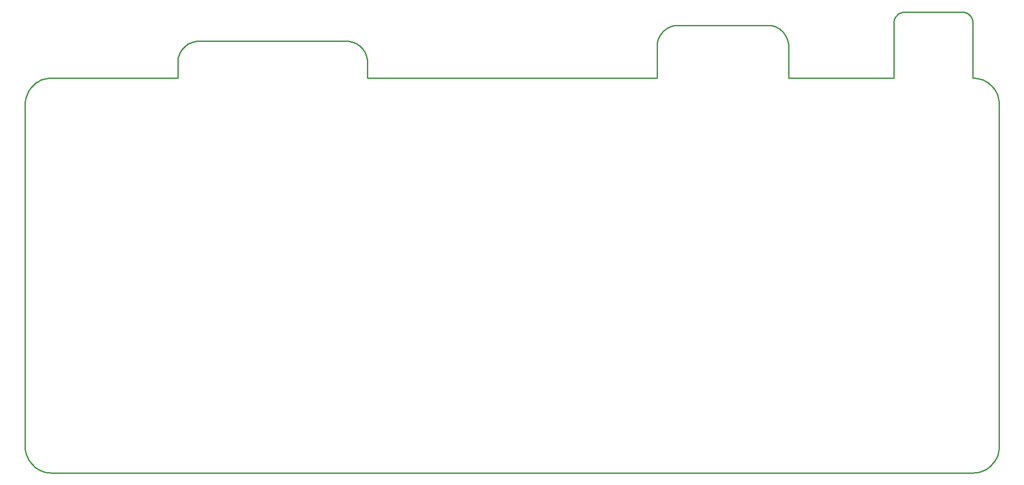
<source format=gbr>
G04 EAGLE Gerber RS-274X export*
G75*
%MOMM*%
%FSLAX34Y34*%
%LPD*%
%IN*%
%IPPOS*%
%AMOC8*
5,1,8,0,0,1.08239X$1,22.5*%
G01*
G04 Define Apertures*
%ADD10C,0.254000*%
D10*
X0Y-700000D02*
X190Y-704358D01*
X760Y-708682D01*
X1704Y-712941D01*
X3015Y-717101D01*
X4685Y-721131D01*
X6699Y-725000D01*
X9042Y-728679D01*
X11698Y-732139D01*
X14645Y-735355D01*
X17861Y-738302D01*
X21321Y-740958D01*
X25000Y-743301D01*
X28869Y-745315D01*
X32899Y-746985D01*
X37059Y-748296D01*
X41318Y-749240D01*
X45642Y-749810D01*
X50000Y-750000D01*
X1800000Y-750000D01*
X1804358Y-749810D01*
X1808682Y-749240D01*
X1812941Y-748296D01*
X1817101Y-746985D01*
X1821131Y-745315D01*
X1825000Y-743301D01*
X1828679Y-740958D01*
X1832139Y-738302D01*
X1835355Y-735355D01*
X1838302Y-732139D01*
X1840958Y-728679D01*
X1843301Y-725000D01*
X1845315Y-721131D01*
X1846985Y-717101D01*
X1848296Y-712941D01*
X1849240Y-708682D01*
X1849810Y-704358D01*
X1850000Y-700000D01*
X1850000Y-50000D01*
X1849810Y-45642D01*
X1849240Y-41318D01*
X1848296Y-37059D01*
X1846985Y-32899D01*
X1845315Y-28869D01*
X1843301Y-25000D01*
X1840958Y-21321D01*
X1838302Y-17861D01*
X1835355Y-14645D01*
X1832139Y-11698D01*
X1828679Y-9042D01*
X1825000Y-6699D01*
X1821131Y-4685D01*
X1817101Y-3015D01*
X1812941Y-1704D01*
X1808682Y-760D01*
X1804358Y-190D01*
X1800000Y0D01*
X1800000Y105000D01*
X1799924Y106743D01*
X1799696Y108473D01*
X1799319Y110176D01*
X1798794Y111840D01*
X1798126Y113452D01*
X1797321Y115000D01*
X1796383Y116472D01*
X1795321Y117856D01*
X1794142Y119142D01*
X1792856Y120321D01*
X1791472Y121383D01*
X1790000Y122321D01*
X1788452Y123126D01*
X1786840Y123794D01*
X1785176Y124319D01*
X1783473Y124696D01*
X1781743Y124924D01*
X1780000Y125000D01*
X1670000Y125000D01*
X1668257Y124924D01*
X1666527Y124696D01*
X1664824Y124319D01*
X1663160Y123794D01*
X1661548Y123126D01*
X1660000Y122321D01*
X1658528Y121383D01*
X1657144Y120321D01*
X1655858Y119142D01*
X1654679Y117856D01*
X1653617Y116472D01*
X1652680Y115000D01*
X1651874Y113452D01*
X1651206Y111840D01*
X1650681Y110176D01*
X1650304Y108473D01*
X1650076Y106743D01*
X1650000Y105000D01*
X1650000Y0D01*
X1450000Y0D01*
X1450000Y60000D01*
X1449848Y63486D01*
X1449392Y66946D01*
X1448637Y70353D01*
X1447588Y73681D01*
X1446252Y76905D01*
X1444641Y80000D01*
X1442766Y82943D01*
X1440642Y85712D01*
X1438284Y88284D01*
X1435712Y90642D01*
X1432943Y92766D01*
X1430000Y94641D01*
X1426905Y96252D01*
X1423681Y97588D01*
X1420353Y98637D01*
X1416946Y99392D01*
X1413486Y99848D01*
X1410000Y100000D01*
X1240000Y100000D01*
X1236514Y99848D01*
X1233054Y99392D01*
X1229647Y98637D01*
X1226319Y97588D01*
X1223095Y96252D01*
X1220000Y94641D01*
X1217057Y92766D01*
X1214289Y90642D01*
X1211716Y88284D01*
X1209358Y85712D01*
X1207234Y82943D01*
X1205359Y80000D01*
X1203748Y76905D01*
X1202412Y73681D01*
X1201363Y70353D01*
X1200608Y66946D01*
X1200152Y63486D01*
X1200000Y60000D01*
X1200000Y0D01*
X650000Y0D01*
X650000Y30000D01*
X649848Y33486D01*
X649392Y36946D01*
X648637Y40353D01*
X647588Y43681D01*
X646252Y46905D01*
X644641Y50000D01*
X642766Y52943D01*
X640642Y55712D01*
X638284Y58284D01*
X635712Y60642D01*
X632943Y62766D01*
X630000Y64641D01*
X626905Y66252D01*
X623681Y67588D01*
X620353Y68637D01*
X616946Y69392D01*
X613486Y69848D01*
X610000Y70000D01*
X330000Y70000D01*
X326514Y69848D01*
X323054Y69392D01*
X319647Y68637D01*
X316319Y67588D01*
X313095Y66252D01*
X310000Y64641D01*
X307057Y62766D01*
X304289Y60642D01*
X301716Y58284D01*
X299358Y55712D01*
X297234Y52943D01*
X295359Y50000D01*
X293748Y46905D01*
X292412Y43681D01*
X291363Y40353D01*
X290608Y36946D01*
X290152Y33486D01*
X290000Y30000D01*
X290000Y0D01*
X50000Y0D01*
X45642Y-190D01*
X41318Y-760D01*
X37059Y-1704D01*
X32899Y-3015D01*
X28869Y-4685D01*
X25000Y-6699D01*
X21321Y-9042D01*
X17861Y-11698D01*
X14645Y-14645D01*
X11698Y-17861D01*
X9042Y-21321D01*
X6699Y-25000D01*
X4685Y-28869D01*
X3015Y-32899D01*
X1704Y-37059D01*
X760Y-41318D01*
X190Y-45642D01*
X0Y-50000D01*
X0Y-700000D01*
M02*

</source>
